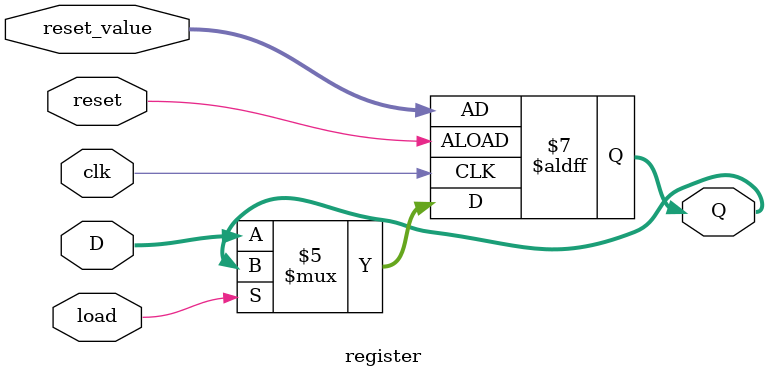
<source format=v>
module register
#(parameter WIDTH = 32)
(
    input       [WIDTH-1:0] D,
    input                   clk,
    input                   reset,
	 input 		 [WIDTH-1:0] reset_value,
    input                   load,
    
    output reg  [WIDTH-1:0] Q
);

always @(posedge(clk), negedge(reset))
begin
    if(reset == 1'b0)
    begin
        Q <= reset_value;
    end
    else if(load == 1'b0)
    begin
        Q <= D;
    end
    else
    begin
        Q <= Q;
    end
end

endmodule

</source>
